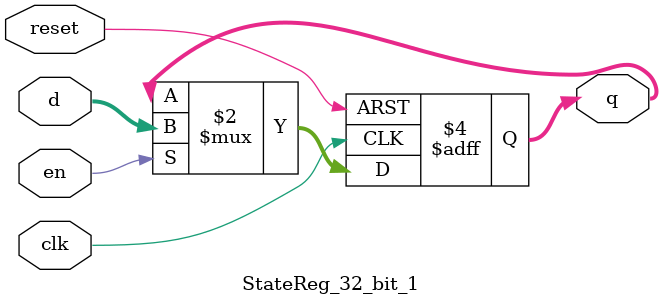
<source format=v>
`timescale 1ns / 1ps
module alu(	input [31:0] A, B, 
            input [2:0] F, 
				output reg [31:0] Y, output Zero);
				
	always @ ( * )
		case (F[2:0])
			3'b000: Y <= A & B;
			3'b001: Y <= A | B;
			3'b010: Y <= A + B;
			//3'b011: Y <= 0;  // not used
			3'b011: Y <= A & ~B;
			3'b101: Y <= A + ~B;
			3'b110: Y <= A - B;
			3'b111: Y <= A < B ? 1:0;
			default: Y <= 0; //default to 0, should not happen
		endcase
	
	assign Zero = (Y == 32'b0);
endmodule


module regfile1 (
	input         clk  ,
	//reg read or write
	input         rw   ,
	//addres for rs rd and rt
	input  [ 4:0] addr1,
	input  [ 4:0] addr2,
	input  [ 4:0] addr3,
	//write data at rt value
	input  [31:0] wdata,
	//data at rs and rd
	output reg [31:0] data1,
	output reg [31:0] data2
	
		
	
);

	reg [31:0] regmem[31:0];
//	reg [31:0] data1       ;
//	reg [31:0] data2       ;

	always @(addr1 or regmem[addr1]) begin
		if (0 == addr1) begin
			data1 = 0;
		end else begin
			data1 = regmem[addr1];
		end
	end

	always @(addr2 or regmem[addr2]) begin
		if (0 == addr2) begin
			data2 = 0;
		end else begin
			data2 = regmem[addr2];
		end
	end

	always@ (posedge clk) begin
		if(1'b1 == rw) begin
			regmem[addr3] = wdata;
		end
	end

endmodule


// Left Shift (Multiply by 4)
module sl2(input  [31:0] a,
           output [31:0] y);

  // shift left by 2
  assign y = {a[29:0], 2'b00};
endmodule

// Sign Extension
module signExt16to32(input [15:0] in, output [31:0] signExtIn);
	
	mux2to1_32bits m1({16'h00000000,in[15:0]},{16'hffffffff,in[15:0]},in[15],signExtIn);
	
endmodule


//state registor to save intermidiate value
module StateReg_32_bit(input clk, input reset, input [31:0] inR, output [31:0] outR);
    d_flip_flop_edge_triggered d0 (clk, reset, inR[0],  outR[0]);
    d_flip_flop_edge_triggered d1 (clk, reset, inR[1],  outR[1]);
    d_flip_flop_edge_triggered d2 (clk, reset, inR[2],  outR[2]);
    d_flip_flop_edge_triggered d3 (clk, reset, inR[3],  outR[3]);
    d_flip_flop_edge_triggered d4 (clk, reset, inR[4],  outR[4]);
    d_flip_flop_edge_triggered d5 (clk, reset, inR[5],  outR[5]);
    d_flip_flop_edge_triggered d6 (clk, reset, inR[6],  outR[6]);
    d_flip_flop_edge_triggered d7 (clk, reset, inR[7],  outR[7]);
	 d_flip_flop_edge_triggered d8 (clk, reset, inR[8],  outR[8]);
	 d_flip_flop_edge_triggered d9 (clk, reset, inR[9],  outR[9]);
	 d_flip_flop_edge_triggered d10 (clk, reset, inR[10],  outR[10]);
    d_flip_flop_edge_triggered d11 (clk, reset, inR[11],  outR[11]);
    d_flip_flop_edge_triggered d12 (clk, reset, inR[12],  outR[12]);
    d_flip_flop_edge_triggered d13 (clk, reset, inR[13],  outR[13]);
    d_flip_flop_edge_triggered d14 (clk, reset, inR[14],  outR[14]);
    d_flip_flop_edge_triggered d15 (clk, reset, inR[15],  outR[15]);
    d_flip_flop_edge_triggered d16 (clk, reset, inR[16],  outR[16]);
    d_flip_flop_edge_triggered d17 (clk, reset, inR[17],  outR[17]);
	 d_flip_flop_edge_triggered d18 (clk, reset, inR[18],  outR[18]);
	 d_flip_flop_edge_triggered d19 (clk, reset, inR[19],  outR[19]);
	 d_flip_flop_edge_triggered d20 (clk, reset, inR[20],  outR[20]);
    d_flip_flop_edge_triggered d21 (clk, reset, inR[21],  outR[21]);
    d_flip_flop_edge_triggered d22 (clk, reset, inR[22],  outR[22]);
    d_flip_flop_edge_triggered d23 (clk, reset, inR[23],  outR[23]);
    d_flip_flop_edge_triggered d24 (clk, reset, inR[24],  outR[24]);
    d_flip_flop_edge_triggered d25 (clk, reset, inR[25],  outR[25]);
    d_flip_flop_edge_triggered d26 (clk, reset, inR[26],  outR[26]);
    d_flip_flop_edge_triggered d27 (clk, reset, inR[27],  outR[27]);
	 d_flip_flop_edge_triggered d28 (clk, reset, inR[28],  outR[28]);
	 d_flip_flop_edge_triggered d29 (clk, reset, inR[29],  outR[29]);
	 d_flip_flop_edge_triggered d30 (clk, reset, inR[30],  outR[30]);
    d_flip_flop_edge_triggered d31 (clk, reset, inR[31],  outR[31]);
endmodule

module d_flip_flop_edge_triggered(input C, input R, input D,output Q);//Q, Qn, C, D);
   //output Q;
   //output Qn;
   //input  C;
   //input  D;
	wire Qn;
   wire   Cn;   // Control input to the D latch.
   wire   Cnn;  // Control input to the SR latch.
   wire   DQ;   // Output from the D latch, inputs to the gated SR latch.
   wire   DQn;  // Output from the D latch, inputs to the gated SR latch.
   
   not(Cn, C);
   not(Cnn, Cn);   
   d_latch dl(DQ, DQn, Cn, D);
   sr_latch_gated sr(Q, Qn, Cnn, DQ, DQn);   
endmodule // d_flip_flop_edge_triggered

module d_latch(Q, Qn, G, D);
   output Q;
   output Qn;
   input  G;   
   input  D;

   wire   Dn; 
   wire   D1;
   wire   Dn1;

   not n1(Dn, D);   
   and a1(D1, G, D);
   and a2(Dn1, G, Dn);   
   nor n2(Qn, D1, Q);
   nor n3(Q, Dn1, Qn);
endmodule // d_latch

module sr_latch_gated(Q, Qn, G, S, R);
   output Q;
   output Qn;
   input  G;   
   input  S;
   input  R;

   wire   S1;
   wire   R1;
   
   and(S1, G, S);
   and(R1, G, R);   
   nor(Qn, S1, Q);
   nor(Q, R1, Qn);
endmodule // sr_latch_gated


// RESETTABLE ENABLED REGISTER 
module StateReg_32_bit_1(input                  clk, reset,
                 input                  en,
                 input      [31:0] d, 
                 output reg [31:0] q);
 
  always @(posedge clk, posedge reset)
    if      (reset) q <= 0;
    else if (en)    q <= d;
endmodule


</source>
